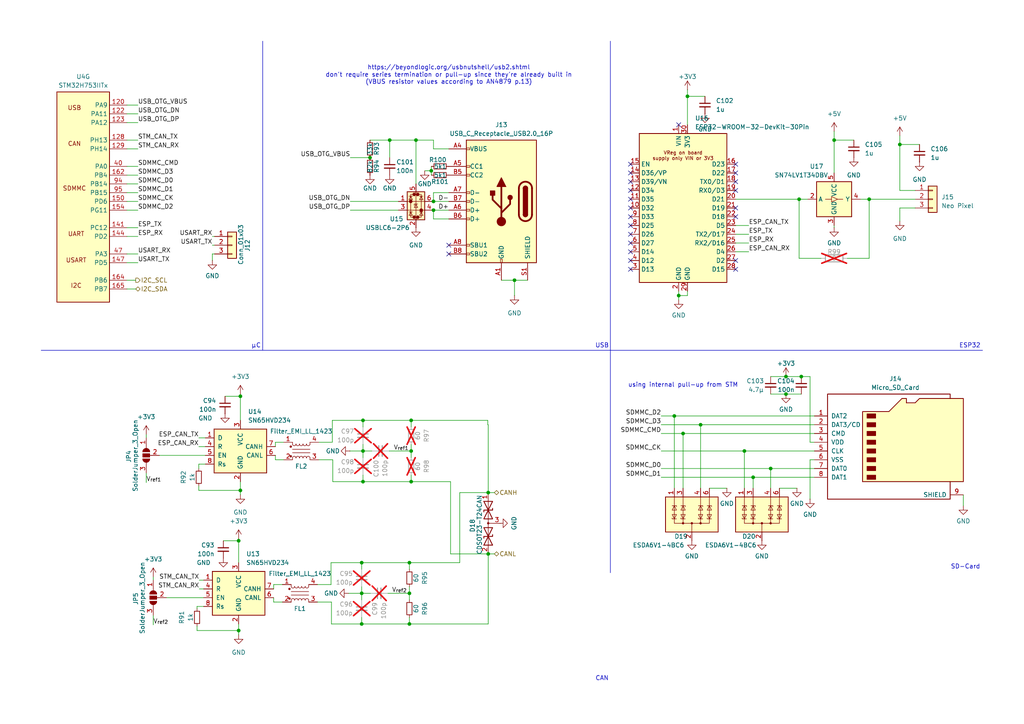
<source format=kicad_sch>
(kicad_sch
	(version 20250114)
	(generator "eeschema")
	(generator_version "9.0")
	(uuid "c61dd313-04ad-474f-9718-66b9bce07315")
	(paper "A4")
	
	(text "USB"
		(exclude_from_sim no)
		(at 174.625 100.33 0)
		(effects
			(font
				(size 1.27 1.27)
			)
		)
		(uuid "030ac795-edf5-444d-9323-762df8451be4")
	)
	(text "SD-Card"
		(exclude_from_sim no)
		(at 280.035 164.465 0)
		(effects
			(font
				(size 1.27 1.27)
			)
		)
		(uuid "05828fab-2d04-4397-b843-7a8ebdd025b6")
	)
	(text "don't require series termination or pull-up since they're already built in\n(VBUS resistor values according to AN4879 p.13)"
		(exclude_from_sim no)
		(at 130.175 22.86 0)
		(effects
			(font
				(size 1.27 1.27)
			)
		)
		(uuid "1055d774-b6a1-419a-b048-36be66eef259")
	)
	(text "µC"
		(exclude_from_sim no)
		(at 74.295 100.33 0)
		(effects
			(font
				(size 1.27 1.27)
			)
		)
		(uuid "116a24cc-e1f0-4e0d-bea5-abd9a8f91599")
	)
	(text "https://beyondlogic.org/usbnutshell/usb2.shtml"
		(exclude_from_sim no)
		(at 130.175 19.685 0)
		(effects
			(font
				(size 1.27 1.27)
			)
		)
		(uuid "17aebb66-f36f-4773-91b3-aa6e98e3a3df")
	)
	(text "ESP32"
		(exclude_from_sim no)
		(at 281.305 100.33 0)
		(effects
			(font
				(size 1.27 1.27)
			)
		)
		(uuid "2f1a1088-c0ce-4de9-ae6e-34c8798ff98b")
	)
	(text "using internal pull-up from STM"
		(exclude_from_sim no)
		(at 198.12 111.76 0)
		(effects
			(font
				(size 1.27 1.27)
			)
		)
		(uuid "a2052886-6177-4247-95db-c4b735b95dd6")
	)
	(text "CAN"
		(exclude_from_sim no)
		(at 174.625 196.85 0)
		(effects
			(font
				(size 1.27 1.27)
			)
		)
		(uuid "aaa6aba1-4600-4726-ab41-4812b09f5f58")
	)
	(junction
		(at 231.775 57.785)
		(diameter 0)
		(color 0 0 0 0)
		(uuid "05cfbb34-84b8-41f9-b2c6-e5b00514da1d")
	)
	(junction
		(at 215.9 130.81)
		(diameter 0)
		(color 0 0 0 0)
		(uuid "0bbc3a19-37df-42ad-91f0-8540a0395fb7")
	)
	(junction
		(at 227.965 109.22)
		(diameter 0)
		(color 0 0 0 0)
		(uuid "18ab2d23-28e9-4932-9559-08cfc3b6ac2c")
	)
	(junction
		(at 232.41 109.22)
		(diameter 0)
		(color 0 0 0 0)
		(uuid "24fd9673-2273-4cc7-b851-95d6418ffacd")
	)
	(junction
		(at 118.745 180.975)
		(diameter 0)
		(color 0 0 0 0)
		(uuid "28a47998-b579-477b-8bd7-5184e4777d5e")
	)
	(junction
		(at 119.253 130.81)
		(diameter 0)
		(color 0 0 0 0)
		(uuid "3162dd44-bd73-462d-a1ba-3ec68e82b83a")
	)
	(junction
		(at 252.095 57.785)
		(diameter 0)
		(color 0 0 0 0)
		(uuid "318c4647-7bc1-4283-9b65-f73983dbd071")
	)
	(junction
		(at 149.225 81.28)
		(diameter 0)
		(color 0 0 0 0)
		(uuid "3c1013bf-bfba-435b-96c5-025b99d0e79f")
	)
	(junction
		(at 69.723 142.24)
		(diameter 0)
		(color 0 0 0 0)
		(uuid "3d875b4c-a7a5-4903-ad64-3ecea35d872b")
	)
	(junction
		(at 69.723 114.935)
		(diameter 0)
		(color 0 0 0 0)
		(uuid "41b0bad5-7e8d-4b02-8ba8-4522831df7e6")
	)
	(junction
		(at 107.315 45.72)
		(diameter 0)
		(color 0 0 0 0)
		(uuid "46e9cd3f-c4dc-4e06-874a-970861c8e4d0")
	)
	(junction
		(at 195.58 120.65)
		(diameter 0)
		(color 0 0 0 0)
		(uuid "483c68f8-8db5-413f-96da-d4c2dccc7777")
	)
	(junction
		(at 69.215 182.88)
		(diameter 0)
		(color 0 0 0 0)
		(uuid "4dfb8dde-4cef-4814-89d9-dc2c67abc0ea")
	)
	(junction
		(at 218.44 138.43)
		(diameter 0)
		(color 0 0 0 0)
		(uuid "50b25640-4ca4-435d-9ca2-96918ac454bf")
	)
	(junction
		(at 198.12 125.73)
		(diameter 0)
		(color 0 0 0 0)
		(uuid "52bd35f7-90f4-444f-80c2-b19c5579d427")
	)
	(junction
		(at 104.902 163.195)
		(diameter 0)
		(color 0 0 0 0)
		(uuid "53b32a67-343e-432d-9256-006aedde493b")
	)
	(junction
		(at 119.253 139.7)
		(diameter 0)
		(color 0 0 0 0)
		(uuid "6c0e76a3-6aad-4fb4-a948-d5eac4447136")
	)
	(junction
		(at 105.283 121.92)
		(diameter 0)
		(color 0 0 0 0)
		(uuid "7481ae21-ea6c-45fa-90b7-25db4fcacac0")
	)
	(junction
		(at 125.73 60.96)
		(diameter 0)
		(color 0 0 0 0)
		(uuid "76eb61ee-a5dc-435a-8704-218432069d76")
	)
	(junction
		(at 227.965 114.3)
		(diameter 0)
		(color 0 0 0 0)
		(uuid "7b77a6c7-da0a-42bd-826a-b38b72133772")
	)
	(junction
		(at 69.215 156.845)
		(diameter 0)
		(color 0 0 0 0)
		(uuid "7c2aa378-d994-4cbb-a7fd-662b6a6dbd3e")
	)
	(junction
		(at 223.52 135.89)
		(diameter 0)
		(color 0 0 0 0)
		(uuid "83a97a6e-f8be-41f0-8991-cb39de58c4f2")
	)
	(junction
		(at 199.39 27.94)
		(diameter 0)
		(color 0 0 0 0)
		(uuid "8a2ddf5a-e56d-4ddb-b3a7-3ce78fdb1ea7")
	)
	(junction
		(at 104.902 180.975)
		(diameter 0)
		(color 0 0 0 0)
		(uuid "8c902d7a-9a97-4247-a024-6511c85f57b0")
	)
	(junction
		(at 119.253 121.92)
		(diameter 0)
		(color 0 0 0 0)
		(uuid "9727df9d-30c2-4d31-a4a4-c18de4a38ffd")
	)
	(junction
		(at 141.605 160.655)
		(diameter 0)
		(color 0 0 0 0)
		(uuid "9b258187-c52a-4e59-8789-b7ac6ed5dc99")
	)
	(junction
		(at 104.902 172.085)
		(diameter 0)
		(color 0 0 0 0)
		(uuid "9cc87ece-ed33-40de-966c-51c2001dc894")
	)
	(junction
		(at 105.283 130.81)
		(diameter 0)
		(color 0 0 0 0)
		(uuid "9cdc856e-55bf-4f24-8496-a3f3c835efb4")
	)
	(junction
		(at 120.65 40.64)
		(diameter 0)
		(color 0 0 0 0)
		(uuid "9ea8c7a2-1503-4324-bc92-c95e051488ac")
	)
	(junction
		(at 141.605 142.875)
		(diameter 0)
		(color 0 0 0 0)
		(uuid "a02cb7ca-67e1-4267-9b51-48bfa47aa699")
	)
	(junction
		(at 203.2 123.19)
		(diameter 0)
		(color 0 0 0 0)
		(uuid "a030d523-f685-498c-a6ce-88394aca3cb6")
	)
	(junction
		(at 118.745 163.195)
		(diameter 0)
		(color 0 0 0 0)
		(uuid "b60abf17-3e74-47af-a488-26c720dd0b0f")
	)
	(junction
		(at 118.745 172.085)
		(diameter 0)
		(color 0 0 0 0)
		(uuid "b6c8fd7b-67f5-4777-9880-dd70ef3914a0")
	)
	(junction
		(at 196.85 85.725)
		(diameter 0)
		(color 0 0 0 0)
		(uuid "cee00a16-43e6-4734-87be-e840da75aabc")
	)
	(junction
		(at 105.283 139.7)
		(diameter 0)
		(color 0 0 0 0)
		(uuid "cf065f4e-64c6-411f-9278-3cbeff3ad8fd")
	)
	(junction
		(at 125.095 49.53)
		(diameter 0)
		(color 0 0 0 0)
		(uuid "d302f7ee-d45d-43f0-9f1f-85368a116229")
	)
	(junction
		(at 260.985 41.91)
		(diameter 0)
		(color 0 0 0 0)
		(uuid "e4280f40-0a8b-46b8-8a3f-bdc2bbc7d561")
	)
	(junction
		(at 241.935 40.64)
		(diameter 0)
		(color 0 0 0 0)
		(uuid "e66e4697-c658-4daa-8505-29693d7c6fa8")
	)
	(junction
		(at 125.73 58.42)
		(diameter 0)
		(color 0 0 0 0)
		(uuid "e8da3965-6ebf-4303-bffa-5c0b2fe16f2a")
	)
	(junction
		(at 113.03 40.64)
		(diameter 0)
		(color 0 0 0 0)
		(uuid "eef95e3a-9baf-4512-9c0f-0fb5481cc6c4")
	)
	(no_connect
		(at 182.88 73.025)
		(uuid "0f78565a-9a79-4977-842d-db81c2f3a858")
	)
	(no_connect
		(at 182.88 55.245)
		(uuid "1635493b-c0b0-4b22-91c0-dd20f89d28d6")
	)
	(no_connect
		(at 182.88 57.785)
		(uuid "2cd37b9b-1e16-4721-baaf-0f02fff9ee15")
	)
	(no_connect
		(at 213.36 47.625)
		(uuid "2e298096-7ace-418c-89a7-3d43d6bed0db")
	)
	(no_connect
		(at 182.88 60.325)
		(uuid "3bc25636-dee2-443e-8ccb-a980f456ac63")
	)
	(no_connect
		(at 182.88 50.165)
		(uuid "43d8676e-50c6-4697-acd1-a078ec396d67")
	)
	(no_connect
		(at 182.88 65.405)
		(uuid "4a7c660c-ecc7-4617-8099-7833ce97674f")
	)
	(no_connect
		(at 182.88 47.625)
		(uuid "5a25121c-a1f8-402a-a503-9b4b6773db57")
	)
	(no_connect
		(at 196.85 36.195)
		(uuid "5c9306cf-381b-4d82-8a3a-52bc964f2a36")
	)
	(no_connect
		(at 213.36 52.705)
		(uuid "5c964bdf-2ed2-4eef-b541-8ce09ccb6359")
	)
	(no_connect
		(at 182.88 78.105)
		(uuid "5cab31a6-586b-4cbb-8e74-6785a73b7287")
	)
	(no_connect
		(at 213.36 75.565)
		(uuid "627c0ac6-463b-4d74-9056-912f48f57f8c")
	)
	(no_connect
		(at 182.88 67.945)
		(uuid "662f2eb1-7541-4b5a-9b3e-348e11036abd")
	)
	(no_connect
		(at 182.88 52.705)
		(uuid "73269fd7-c364-4aef-a8b5-a2eabdfa97a8")
	)
	(no_connect
		(at 213.36 60.325)
		(uuid "797e1eed-a489-45da-8c0f-184fc597169c")
	)
	(no_connect
		(at 182.88 75.565)
		(uuid "8365a6d4-6d29-461b-904c-0324ca06fc5a")
	)
	(no_connect
		(at 182.88 62.865)
		(uuid "8ac847d1-9069-40ae-a3f2-d3aed782fb55")
	)
	(no_connect
		(at 213.36 78.105)
		(uuid "8f56c4af-52dc-4612-9881-b40f131d9649")
	)
	(no_connect
		(at 213.36 50.165)
		(uuid "b938ea39-6292-4387-8cd7-875c20a9d49a")
	)
	(no_connect
		(at 130.175 71.12)
		(uuid "d7064c93-16c6-497d-859a-7b410a29e175")
	)
	(no_connect
		(at 213.36 55.245)
		(uuid "da2de24c-d775-46ec-8771-ff0ede014a17")
	)
	(no_connect
		(at 130.175 73.66)
		(uuid "e5cfba84-9aae-4335-81b2-f9420a56298e")
	)
	(no_connect
		(at 182.88 70.485)
		(uuid "e700e196-44ff-4ef8-a8e9-38a5e666b895")
	)
	(no_connect
		(at 213.36 62.865)
		(uuid "ffc9674a-9076-447f-ba67-71a5716efeb9")
	)
	(wire
		(pts
			(xy 198.12 125.73) (xy 198.12 141.605)
		)
		(stroke
			(width 0)
			(type default)
		)
		(uuid "0126e725-cd4a-43de-a635-49074d4eee16")
	)
	(wire
		(pts
			(xy 113.03 40.64) (xy 120.65 40.64)
		)
		(stroke
			(width 0)
			(type default)
		)
		(uuid "03b6b96d-d108-4c6b-b2b6-d370d0813a07")
	)
	(wire
		(pts
			(xy 40.005 53.34) (xy 36.83 53.34)
		)
		(stroke
			(width 0)
			(type default)
		)
		(uuid "069c83cc-66af-4239-a3f2-6fc7c9797843")
	)
	(wire
		(pts
			(xy 227.965 109.22) (xy 232.41 109.22)
		)
		(stroke
			(width 0)
			(type default)
		)
		(uuid "0720b77c-06ec-4ddc-af8a-933409149d5c")
	)
	(wire
		(pts
			(xy 252.095 57.785) (xy 252.095 74.93)
		)
		(stroke
			(width 0)
			(type default)
		)
		(uuid "07821e1a-6081-4b53-af8d-3407e5dfe479")
	)
	(wire
		(pts
			(xy 96.139 174.625) (xy 96.139 180.975)
		)
		(stroke
			(width 0)
			(type default)
		)
		(uuid "07b7ef48-98f5-4f9c-8c83-e93a23111e86")
	)
	(wire
		(pts
			(xy 217.17 65.405) (xy 213.36 65.405)
		)
		(stroke
			(width 0)
			(type default)
		)
		(uuid "08072ded-74bf-4b0b-806c-19444be54a5d")
	)
	(wire
		(pts
			(xy 101.6 58.42) (xy 115.57 58.42)
		)
		(stroke
			(width 0)
			(type default)
		)
		(uuid "082fce0a-328f-4c33-b82d-f736243226bd")
	)
	(wire
		(pts
			(xy 125.095 49.53) (xy 125.095 50.8)
		)
		(stroke
			(width 0)
			(type default)
		)
		(uuid "0ea0bb12-e71d-4036-85a4-6c19fe123590")
	)
	(wire
		(pts
			(xy 79.883 133.35) (xy 79.883 132.08)
		)
		(stroke
			(width 0)
			(type default)
		)
		(uuid "0eb24822-65ba-4fcc-a791-110a601cab9c")
	)
	(wire
		(pts
			(xy 241.935 40.64) (xy 247.65 40.64)
		)
		(stroke
			(width 0)
			(type default)
		)
		(uuid "0ec11d76-de2c-47d9-b68b-71e96f39e5f7")
	)
	(wire
		(pts
			(xy 36.83 55.88) (xy 40.005 55.88)
		)
		(stroke
			(width 0)
			(type default)
		)
		(uuid "0f23c12c-ee24-49ec-857a-7c94676913f0")
	)
	(wire
		(pts
			(xy 113.03 40.64) (xy 113.03 45.72)
		)
		(stroke
			(width 0)
			(type default)
		)
		(uuid "0f360adf-082b-43ce-b071-56ba3d6d1ff9")
	)
	(wire
		(pts
			(xy 223.52 135.89) (xy 236.22 135.89)
		)
		(stroke
			(width 0)
			(type default)
		)
		(uuid "0fe1c355-612f-4426-80ff-01e842356dec")
	)
	(wire
		(pts
			(xy 199.39 27.94) (xy 199.39 36.195)
		)
		(stroke
			(width 0)
			(type default)
		)
		(uuid "11371f3a-622b-4d06-958d-0de2e3aefad4")
	)
	(wire
		(pts
			(xy 44.45 178.435) (xy 44.45 181.229)
		)
		(stroke
			(width 0)
			(type default)
		)
		(uuid "1191196b-173d-4dee-bb6d-b29a4d435163")
	)
	(wire
		(pts
			(xy 260.985 41.91) (xy 260.985 55.245)
		)
		(stroke
			(width 0)
			(type default)
		)
		(uuid "11fcf8a6-a9da-4e10-b537-040a5f04eac6")
	)
	(wire
		(pts
			(xy 92.075 169.545) (xy 96.012 169.545)
		)
		(stroke
			(width 0)
			(type default)
		)
		(uuid "1255d5b2-c80c-45ce-8562-7f9325184eb2")
	)
	(wire
		(pts
			(xy 119.253 121.92) (xy 141.478 121.92)
		)
		(stroke
			(width 0)
			(type default)
		)
		(uuid "16abee5d-4262-4bfd-ba27-099017bd3c89")
	)
	(wire
		(pts
			(xy 199.39 85.725) (xy 199.39 84.455)
		)
		(stroke
			(width 0)
			(type default)
		)
		(uuid "175d1789-0795-45ea-bebd-00c51a23ce0a")
	)
	(wire
		(pts
			(xy 191.77 135.89) (xy 223.52 135.89)
		)
		(stroke
			(width 0)
			(type default)
		)
		(uuid "1771b8ef-8c2d-4dbc-bfd3-902fd9585271")
	)
	(wire
		(pts
			(xy 61.595 73.66) (xy 61.595 75.565)
		)
		(stroke
			(width 0)
			(type default)
		)
		(uuid "1851c3fc-c833-4316-939d-3a55a4935065")
	)
	(wire
		(pts
			(xy 61.595 71.12) (xy 62.23 71.12)
		)
		(stroke
			(width 0)
			(type default)
		)
		(uuid "18ab3ef7-d310-4dfe-9bd7-87f1a836a671")
	)
	(wire
		(pts
			(xy 36.83 33.02) (xy 40.005 33.02)
		)
		(stroke
			(width 0)
			(type default)
		)
		(uuid "1b135d7b-8f10-4d19-9a19-146ba9d74198")
	)
	(wire
		(pts
			(xy 112.522 172.085) (xy 118.745 172.085)
		)
		(stroke
			(width 0)
			(type default)
		)
		(uuid "1c380b4c-4cae-4aa6-b682-a869ce94709e")
	)
	(wire
		(pts
			(xy 96.393 121.92) (xy 105.283 121.92)
		)
		(stroke
			(width 0)
			(type default)
		)
		(uuid "1c39585e-5704-44d0-a33d-b3876c68f352")
	)
	(wire
		(pts
			(xy 69.723 114.3) (xy 69.723 114.935)
		)
		(stroke
			(width 0)
			(type default)
		)
		(uuid "1e2b6175-d853-4821-ba74-1f24382ec349")
	)
	(wire
		(pts
			(xy 105.283 121.92) (xy 119.253 121.92)
		)
		(stroke
			(width 0)
			(type default)
		)
		(uuid "1ecee70f-1b0e-4963-98bb-53f91fcf7497")
	)
	(wire
		(pts
			(xy 118.745 170.18) (xy 118.745 172.085)
		)
		(stroke
			(width 0)
			(type default)
		)
		(uuid "216a5d0c-6bc2-4d57-bfc1-a0137443fd45")
	)
	(wire
		(pts
			(xy 125.73 55.88) (xy 130.175 55.88)
		)
		(stroke
			(width 0)
			(type default)
		)
		(uuid "21acc590-ee7c-4d1e-8e1e-92f9f843d3c0")
	)
	(wire
		(pts
			(xy 36.83 60.96) (xy 40.005 60.96)
		)
		(stroke
			(width 0)
			(type default)
		)
		(uuid "2201ad5c-2ea0-4a84-9169-84f97ac3d850")
	)
	(wire
		(pts
			(xy 125.73 60.96) (xy 130.175 60.96)
		)
		(stroke
			(width 0)
			(type default)
		)
		(uuid "23e71670-b058-4e01-a066-4bf14b43a603")
	)
	(wire
		(pts
			(xy 118.745 172.085) (xy 118.745 173.99)
		)
		(stroke
			(width 0)
			(type default)
		)
		(uuid "25fcae18-2fce-4a2e-b99e-14db92c22b5a")
	)
	(wire
		(pts
			(xy 133.35 142.875) (xy 141.605 142.875)
		)
		(stroke
			(width 0)
			(type default)
		)
		(uuid "27d7ae8c-7eae-4f28-bd8f-3df57c79cc78")
	)
	(wire
		(pts
			(xy 217.17 73.025) (xy 213.36 73.025)
		)
		(stroke
			(width 0)
			(type default)
		)
		(uuid "29423af5-f664-45ad-bb1e-0735e38873c2")
	)
	(wire
		(pts
			(xy 118.745 163.195) (xy 133.35 163.195)
		)
		(stroke
			(width 0)
			(type default)
		)
		(uuid "2d763691-facb-4f15-9e9f-59c2b2d09226")
	)
	(wire
		(pts
			(xy 40.005 30.48) (xy 36.83 30.48)
		)
		(stroke
			(width 0)
			(type default)
		)
		(uuid "2e6d5f7d-e2c5-4fff-9ab8-ff9e5059fed6")
	)
	(wire
		(pts
			(xy 238.125 74.93) (xy 231.775 74.93)
		)
		(stroke
			(width 0)
			(type default)
		)
		(uuid "2fa12003-ea95-4a7e-a7b4-8f6dd8428bb3")
	)
	(wire
		(pts
			(xy 44.45 167.259) (xy 44.45 168.275)
		)
		(stroke
			(width 0)
			(type default)
		)
		(uuid "2fe633c0-4d3d-40d2-b66e-9c920b1c7a86")
	)
	(wire
		(pts
			(xy 218.44 141.605) (xy 218.44 138.43)
		)
		(stroke
			(width 0)
			(type default)
		)
		(uuid "3173a2ad-906e-47f8-a364-fc370f3c628a")
	)
	(wire
		(pts
			(xy 145.415 151.765) (xy 144.653 151.765)
		)
		(stroke
			(width 0)
			(type default)
		)
		(uuid "31a4bbdf-559b-4207-a858-901d74817d56")
	)
	(wire
		(pts
			(xy 65.278 114.935) (xy 69.723 114.935)
		)
		(stroke
			(width 0)
			(type default)
		)
		(uuid "32faf47c-e64c-44b4-9d62-4d28d8d4153b")
	)
	(polyline
		(pts
			(xy 11.938 101.6) (xy 284.988 101.6)
		)
		(stroke
			(width 0)
			(type default)
		)
		(uuid "3585df17-1500-4acf-8047-979ff4b5fedc")
	)
	(wire
		(pts
			(xy 69.215 182.88) (xy 69.215 184.15)
		)
		(stroke
			(width 0)
			(type default)
		)
		(uuid "364b407f-3b1e-4c62-9eb8-d29a94c13635")
	)
	(wire
		(pts
			(xy 130.683 160.655) (xy 130.683 139.7)
		)
		(stroke
			(width 0)
			(type default)
		)
		(uuid "37424b4b-71c8-41c4-b362-ea3007ee2cc4")
	)
	(wire
		(pts
			(xy 231.775 74.93) (xy 231.775 57.785)
		)
		(stroke
			(width 0)
			(type default)
		)
		(uuid "393f9b29-c1fb-4477-8410-888c1c775882")
	)
	(wire
		(pts
			(xy 241.935 38.1) (xy 241.935 40.64)
		)
		(stroke
			(width 0)
			(type default)
		)
		(uuid "395ffaba-dbfc-4c84-b3a1-2617223e9f3e")
	)
	(wire
		(pts
			(xy 96.52 133.35) (xy 96.52 139.7)
		)
		(stroke
			(width 0)
			(type default)
		)
		(uuid "3b6bddeb-5651-4db5-98b2-9b6f3f702707")
	)
	(wire
		(pts
			(xy 101.6 45.72) (xy 107.315 45.72)
		)
		(stroke
			(width 0)
			(type default)
		)
		(uuid "3d2cc28f-a815-44ff-b579-98f1bafc55ff")
	)
	(wire
		(pts
			(xy 236.22 128.27) (xy 234.95 128.27)
		)
		(stroke
			(width 0)
			(type default)
		)
		(uuid "3d36dc6e-fb6c-4d22-b425-43462a3be059")
	)
	(wire
		(pts
			(xy 36.83 73.66) (xy 40.005 73.66)
		)
		(stroke
			(width 0)
			(type default)
		)
		(uuid "3e2111f4-1096-49ea-babe-955e0bcbceb6")
	)
	(wire
		(pts
			(xy 119.253 128.905) (xy 119.253 130.81)
		)
		(stroke
			(width 0)
			(type default)
		)
		(uuid "418d6449-7d54-435c-9348-9ebcc667fba1")
	)
	(wire
		(pts
			(xy 149.225 81.28) (xy 145.415 81.28)
		)
		(stroke
			(width 0)
			(type default)
		)
		(uuid "43eb60ad-a089-43b3-8c73-3cd2d4334140")
	)
	(wire
		(pts
			(xy 226.06 141.605) (xy 231.14 141.605)
		)
		(stroke
			(width 0)
			(type default)
		)
		(uuid "4509c7f5-35ec-4bd1-89e7-1a05d5b53aa2")
	)
	(wire
		(pts
			(xy 125.73 58.42) (xy 125.73 55.88)
		)
		(stroke
			(width 0)
			(type default)
		)
		(uuid "4991bdca-b170-43ed-84ef-9caf2ab85aec")
	)
	(wire
		(pts
			(xy 118.745 179.07) (xy 118.745 180.975)
		)
		(stroke
			(width 0)
			(type default)
		)
		(uuid "4abd7593-788c-4faf-8edb-6bf231a57d07")
	)
	(wire
		(pts
			(xy 61.595 68.58) (xy 62.23 68.58)
		)
		(stroke
			(width 0)
			(type default)
		)
		(uuid "4c385e60-1b83-4735-8d87-273cadd39ee9")
	)
	(wire
		(pts
			(xy 120.65 40.64) (xy 125.73 40.64)
		)
		(stroke
			(width 0)
			(type default)
		)
		(uuid "4c4a7a36-80ee-4595-b311-1291392bf06c")
	)
	(wire
		(pts
			(xy 231.775 57.785) (xy 234.315 57.785)
		)
		(stroke
			(width 0)
			(type default)
		)
		(uuid "4dc32d7f-3ff8-43a5-afb9-2f4908b6a181")
	)
	(wire
		(pts
			(xy 141.605 160.655) (xy 141.605 180.975)
		)
		(stroke
			(width 0)
			(type default)
		)
		(uuid "4f3190e5-1fec-4c20-8c78-bb72eed0982d")
	)
	(wire
		(pts
			(xy 260.985 55.245) (xy 265.43 55.245)
		)
		(stroke
			(width 0)
			(type default)
		)
		(uuid "4f4d3fff-85b9-4083-bd46-2b914ab4a849")
	)
	(wire
		(pts
			(xy 223.52 135.89) (xy 223.52 141.605)
		)
		(stroke
			(width 0)
			(type default)
		)
		(uuid "4ff43a78-6f92-4a7c-8cfb-ed39be066f5a")
	)
	(wire
		(pts
			(xy 234.95 133.35) (xy 234.95 144.78)
		)
		(stroke
			(width 0)
			(type default)
		)
		(uuid "5121f087-75a7-4517-bf80-93142898bd7b")
	)
	(wire
		(pts
			(xy 223.52 114.3) (xy 227.965 114.3)
		)
		(stroke
			(width 0)
			(type default)
		)
		(uuid "551574cf-3580-4b1f-8680-a14f6beb8bdd")
	)
	(wire
		(pts
			(xy 79.883 128.27) (xy 82.296 128.27)
		)
		(stroke
			(width 0)
			(type default)
		)
		(uuid "569600ce-4916-426c-ad6a-43656f889c21")
	)
	(wire
		(pts
			(xy 69.215 156.21) (xy 69.215 156.845)
		)
		(stroke
			(width 0)
			(type default)
		)
		(uuid "573d52d7-2912-42f7-a32c-98f9437fcfb4")
	)
	(wire
		(pts
			(xy 57.785 168.275) (xy 59.055 168.275)
		)
		(stroke
			(width 0)
			(type default)
		)
		(uuid "58a5b0f4-7372-4ed6-b2ff-21c9fc14c383")
	)
	(wire
		(pts
			(xy 191.77 138.43) (xy 218.44 138.43)
		)
		(stroke
			(width 0)
			(type default)
		)
		(uuid "5c2584d9-d8f6-4dbe-931c-d205c3941d47")
	)
	(wire
		(pts
			(xy 105.283 139.7) (xy 119.253 139.7)
		)
		(stroke
			(width 0)
			(type default)
		)
		(uuid "5c8a4f71-ee4a-46e2-86ff-f735840fe6ca")
	)
	(wire
		(pts
			(xy 249.555 57.785) (xy 252.095 57.785)
		)
		(stroke
			(width 0)
			(type default)
		)
		(uuid "5dfc728b-36a2-4990-a0c8-dbb05f1fc760")
	)
	(wire
		(pts
			(xy 119.253 139.7) (xy 130.683 139.7)
		)
		(stroke
	
... [134005 chars truncated]
</source>
